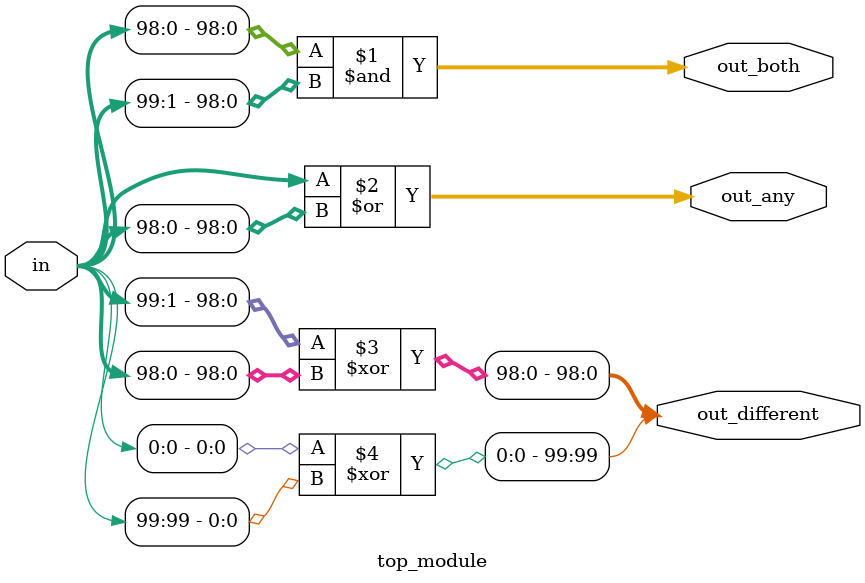
<source format=sv>
module top_module (
    input [99:0] in,
    output [98:0] out_both,
    output [99:0] out_any,
    output [99:0] out_different
);

    // Generate out_both by performing bit-wise AND operation between inputs
    assign out_both = in[98:0] & in[99:1];

    // Generate out_any by performing bit-wise OR operation between inputs
    assign out_any = in[99:0] | in[98:0];

    // Generate out_different by performing bit-wise XOR operation between inputs
    assign out_different = {in[0] ^ in[99], in[99:1] ^ in[98:0]};

endmodule

</source>
